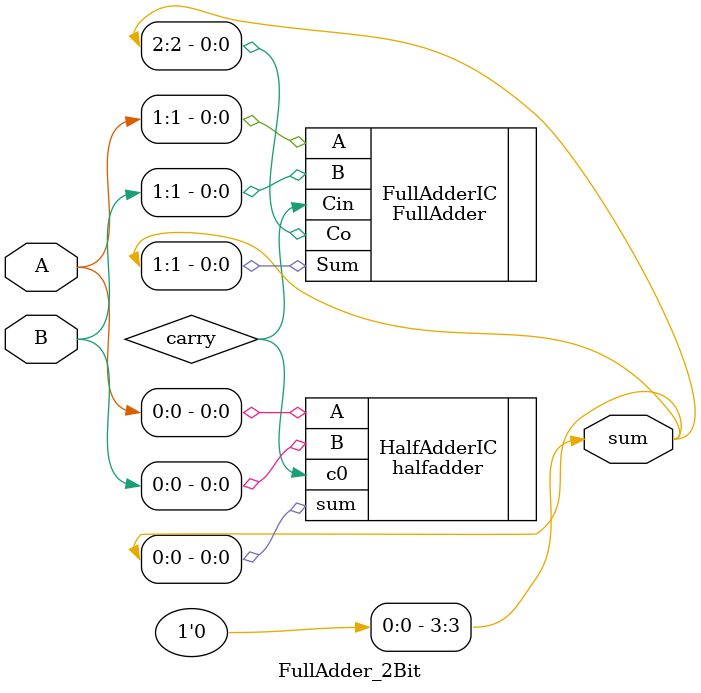
<source format=v>
`timescale 1ns / 1ps
module FullAdder_2Bit(
input [1:0] A,
input [1:0] B,
output [3:0] sum
);
wire carry;
halfadder HalfAdderIC(.A(A[0]), .B(B[0]), .sum(sum[0]), .c0(carry));
FullAdder FullAdderIC(.A(A[1]), .B(B[1]), .Cin(carry), .Sum(sum[1]), .Co(sum[2]));
assign sum[3] = 0;
endmodule
</source>
